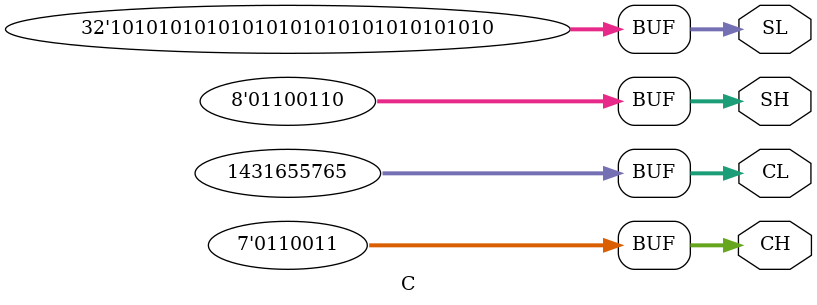
<source format=v>


module A (CH, CL, SH, SL);

wire	[31:6]	S1L;
wire	[39:32]	S1H;
wire	[31:6]	C1L;
wire	[38:32]	C1H;

output	[31:0]	SL;
output	[31:0]	CL;
output	[47:32]	SH;
output	[47:32]	CH;

B B0	(C1H[38:32], {C1L[31:6], CL[5:0]}, S1H[39:32], {S1L[31:6], SL[5:0]});

initial begin
   #1 $display("C1H=%h, {C1L, CL}={%h, %h}, S1H=%h, {S1L, SL}={%h, %h}",
	       C1H, C1L, CL, S1H, S1L, SL);
end

endmodule

module B (CH, CL, SH, SL);

output	[37:32]	CH;
output	[31:0]	CL;
output	[38:32]	SH;
output	[31:0]	SL;

C C0	(CH, CL, SH, SL);

endmodule

module C (CH, CL, SH, SL);

output	[38:32]	CH;
output	[31:0]	CL;
output	[39:32]	SH;
output	[31:0]	SL;

   assign	CH = 6'h33;
   assign	CL = 32'h55555555;
   assign	SH = 7'h66;
   assign	SL = 32'haaaaaaaa;
endmodule

</source>
